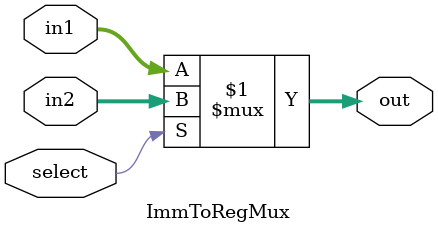
<source format=sv>
module ImmToRegMux(
  input[7:0]  in1, 
  			  in2, 
  input       select,
  output logic[7:0] out);

// assign one of the inputs to the output based upon select line input
  
assign out = select ? in2 : in1;
  
endmodule
</source>
